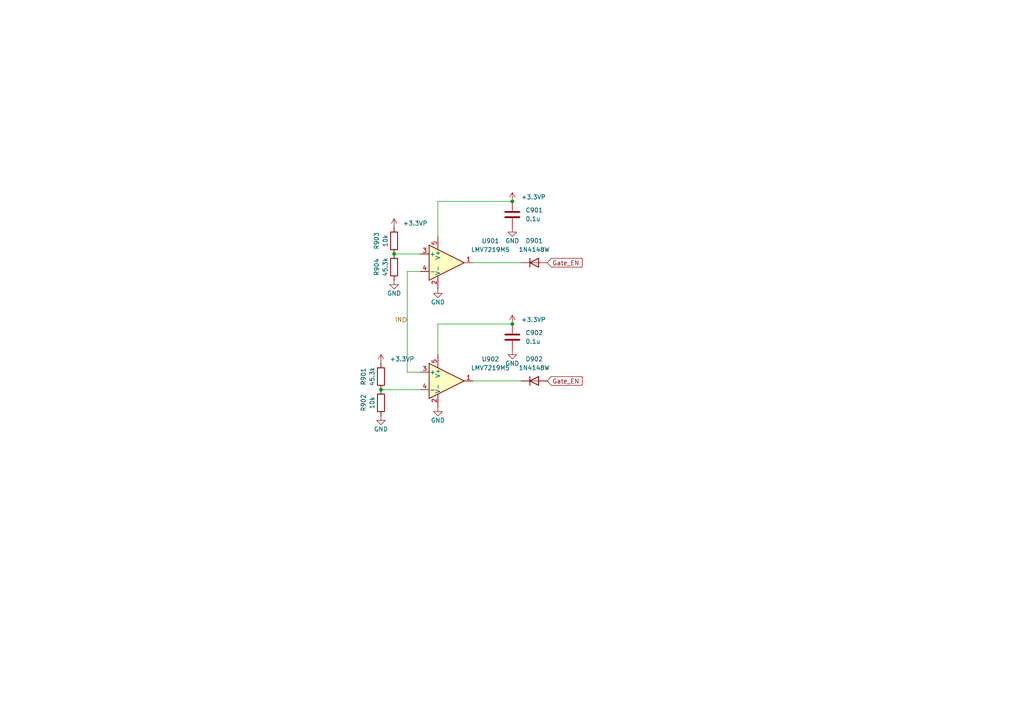
<source format=kicad_sch>
(kicad_sch (version 20231120) (generator "eeschema") (generator_version "8.0")
  (paper "A4")
  (lib_symbols
    (symbol "Comparator:LMV7219M5" (pin_names (offset 0.127))
      (property "Reference" "U" (at -1.27 6.35 0))
      (property "Value" "LMV7219M5" (at -1.27 3.81 0))
      (symbol "LMV7219M5_0_1"
        (polyline (pts (xy -5.08 5.08) (xy 5.08 0) (xy -5.08 -5.08) (xy -5.08 5.08)) (stroke (width 0.254)) (fill (type background)))
        (pin power_in line (at -2.54 -7.62 90) (length 3.81) (name "V-") (number "2"))
        (pin power_in line (at -2.54 7.62 270) (length 3.81) (name "V+") (number "5"))
      )
      (symbol "LMV7219M5_1_1"
        (pin output line (at 7.62 0 180) (length 2.54) (name "~") (number "1"))
        (pin input line (at -7.62 2.54 0) (length 2.54) (name "+") (number "3"))
        (pin input line (at -7.62 -2.54 0) (length 2.54) (name "-") (number "4"))
      )
    )
    (symbol "Device:C" (pin_numbers hide) (pin_names (offset 0.254))
      (property "Reference" "C" (at 0.635 2.54 0))
      (property "Value" "C" (at 0.635 -2.54 0))
      (symbol "C_0_1"
        (polyline (pts (xy -2.032 -0.762) (xy 2.032 -0.762)) (stroke (width 0.508)))
        (polyline (pts (xy -2.032 0.762) (xy 2.032 0.762)) (stroke (width 0.508)))
      )
      (symbol "C_1_1"
        (pin passive line (at 0 3.81 270) (length 2.794) (name "~") (number "1"))
        (pin passive line (at 0 -3.81 90) (length 2.794) (name "~") (number "2"))
      )
    )
    (symbol "Device:R" (pin_numbers hide) (pin_names (offset 0))
      (property "Reference" "R" (at 2.032 0 90))
      (property "Value" "R" (at 0 0 90))
      (symbol "R_0_1"
        (rectangle (start -1.016 -2.54) (end 1.016 2.54) (stroke (width 0.254)))
      )
      (symbol "R_1_1"
        (pin passive line (at 0 3.81 270) (length 1.27) (name "~") (number "1"))
        (pin passive line (at 0 -3.81 90) (length 1.27) (name "~") (number "2"))
      )
    )
    (symbol "Diode:1N4148W" (pin_numbers hide) (pin_names hide)
      (property "Reference" "D" (at 0 2.54 0))
      (property "Value" "1N4148W" (at 0 -2.54 0))
      (symbol "1N4148W_0_1"
        (polyline (pts (xy -1.27 1.27) (xy -1.27 -1.27)) (stroke (width 0.254)))
        (polyline (pts (xy 1.27 0) (xy -1.27 0)))
        (polyline (pts (xy 1.27 1.27) (xy 1.27 -1.27) (xy -1.27 0) (xy 1.27 1.27)) (stroke (width 0.254)))
      )
      (symbol "1N4148W_1_1"
        (pin passive line (at -3.81 0 0) (length 2.54) (name "K") (number "1"))
        (pin passive line (at 3.81 0 180) (length 2.54) (name "A") (number "2"))
      )
    )
    (symbol "power:+3V3" (power) (pin_numbers hide) (pin_names (offset 0) hide)
      (property "Value" "+3V3" (at 0 3.556 0))
      (symbol "+3V3_0_1"
        (polyline (pts (xy -0.762 1.27) (xy 0 2.54)))
        (polyline (pts (xy 0 0) (xy 0 2.54)))
        (polyline (pts (xy 0 2.54) (xy 0.762 1.27)))
      )
      (symbol "+3V3_1_1"
        (pin power_in line (at 0 0 90) (length 0) (name "~") (number "1"))
      )
    )
    (symbol "power:GND" (power) (pin_names (offset 0))
      (property "Value" "GND" (at 0 -3.81 0))
      (symbol "GND_0_1"
        (polyline (pts (xy 0 0) (xy 0 -1.27) (xy 1.27 -1.27) (xy 0 -2.54) (xy -1.27 -1.27) (xy 0 -1.27)))
      )
      (symbol "GND_1_1"
        (pin power_in line (at 0 0 270) (length 0) hide (name "GND") (number "1"))
      )
    )
  )
  (junction (at 110.49 113.03))
  (junction (at 148.59 93.98))
  (junction (at 148.59 58.42))
  (junction (at 114.3 73.66))
  (wire (pts (xy 127 93.98) (xy 148.59 93.98)))
  (wire (pts (xy 148.59 58.42) (xy 127 58.42)))
  (wire (pts (xy 127 68.58) (xy 127 58.42)))
  (wire (pts (xy 118.11 78.74) (xy 118.11 107.95)))
  (wire (pts (xy 110.49 113.03) (xy 121.92 113.03)))
  (wire (pts (xy 118.11 78.74) (xy 121.92 78.74)))
  (wire (pts (xy 127 102.87) (xy 127 93.98)))
  (wire (pts (xy 137.16 110.49) (xy 151.13 110.49)))
  (wire (pts (xy 151.13 76.2) (xy 137.16 76.2)))
  (wire (pts (xy 121.92 107.95) (xy 118.11 107.95)))
  (wire (pts (xy 114.3 73.66) (xy 121.92 73.66)))
  (global_label "Gate_EN" (shape input) (at 158.75 110.49 0) (property "Intersheetrefs" "${INTERSHEET_REFS}" (effects (hide yes))))
  (global_label "Gate_EN" (shape input) (at 158.75 76.2 0) (property "Intersheetrefs" "${INTERSHEET_REFS}" (effects (hide yes))))
  (hierarchical_label "IN" (shape input) (at 118.11 92.71 180))
  (symbol (lib_id "Diode:1N4148W") (at 154.94 76.2 0) (unit 1)
    (property "Reference" "D901" (at 154.94 69.85 0))
    (property "Value" "1N4148W" (at 154.94 72.39 0))
    (property "Footprint" "Diode_SMD:D_SOD-123" (effects (hide yes)))
    (property "Datasheet" "https://www.vishay.com/docs/85748/1n4148w.pdf" (effects (hide yes)))
    (property "Description" "75V 0.15A Fast Switching Diode, SOD-123" (effects (hide yes)))
    (property "Sim.Device" "D" (effects (hide yes)))
    (property "Sim.Pins" "1=K 2=A" (effects (hide yes)))
    (instances (project "InverterMainBoard_STM32" (path "" (reference "D901") (unit 1)) (path "" (reference "D1001") (unit 1)) (path "" (reference "D1101") (unit 1)) (path "" (reference "D1201") (unit 1))))
  )
  (symbol (lib_id "power:GND") (at 127 83.82 0) (unit 1)
    (property "Reference" "#PWR0909" (effects (hide yes)))
    (property "Value" "GND" (at 127 87.63 0))
    (property "Description" "Power symbol creates a global label with name \"GND\" , ground" (effects (hide yes)))
    (instances (project "InverterMainBoard_STM32" (path "" (reference "#PWR0909") (unit 1)) (path "" (reference "#PWR01009") (unit 1)) (path "" (reference "#PWR01109") (unit 1)) (path "" (reference "#PWR01209") (unit 1))))
  )
  (symbol (lib_id "Device:R") (at 110.49 109.22 180) (unit 1)
    (property "Reference" "R901" (at 105.41 109.22 90))
    (property "Value" "45.3k" (at 107.95 109.22 90))
    (property "Footprint" "Resistor_SMD:R_0603_1608Metric" (effects (hide yes)))
    (property "Description" "Resistor" (effects (hide yes)))
    (instances (project "InverterMainBoard_STM32" (path "" (reference "R901") (unit 1)) (path "" (reference "R1001") (unit 1)) (path "" (reference "R1101") (unit 1)) (path "" (reference "R1201") (unit 1))))
  )
  (symbol (lib_id "Device:C") (at 148.59 62.23 180) (unit 1)
    (property "Reference" "C901" (at 152.4 60.9599 0) (effects (justify right)))
    (property "Value" "0.1u" (at 152.4 63.4999 0) (effects (justify right)))
    (property "Footprint" "Capacitor_SMD:C_0603_1608Metric" (effects (hide yes)))
    (property "Description" "Unpolarized capacitor" (effects (hide yes)))
    (instances (project "InverterMainBoard_STM32" (path "" (reference "C901") (unit 1)) (path "" (reference "C1001") (unit 1)) (path "" (reference "C1101") (unit 1)) (path "" (reference "C1201") (unit 1))))
  )
  (symbol (lib_id "power:+3V3") (at 114.3 66.04 0) (unit 1)
    (property "Reference" "#PWR0907" (effects (hide yes)))
    (property "Value" "+3.3VP" (at 116.84 64.7699 0) (effects (justify left)))
    (property "Description" "Power symbol creates a global label with name \"+3V3\"" (effects (hide yes)))
    (instances (project "InverterMainBoard_STM32" (path "" (reference "#PWR0907") (unit 1)) (path "" (reference "#PWR01007") (unit 1)) (path "" (reference "#PWR01107") (unit 1)) (path "" (reference "#PWR01207") (unit 1))))
  )
  (symbol (lib_id "power:+3V3") (at 148.59 58.42 0) (unit 1)
    (property "Reference" "#PWR0911" (effects (hide yes)))
    (property "Value" "+3.3VP" (at 151.13 57.1499 0) (effects (justify left)))
    (property "Description" "Power symbol creates a global label with name \"+3V3\"" (effects (hide yes)))
    (instances (project "InverterMainBoard_STM32" (path "" (reference "#PWR0911") (unit 1)) (path "" (reference "#PWR01011") (unit 1)) (path "" (reference "#PWR01111") (unit 1)) (path "" (reference "#PWR01211") (unit 1))))
  )
  (symbol (lib_id "power:+3V3") (at 110.49 105.41 0) (unit 1)
    (property "Reference" "#PWR0905" (effects (hide yes)))
    (property "Value" "+3.3VP" (at 113.03 104.1399 0) (effects (justify left)))
    (property "Description" "Power symbol creates a global label with name \"+3V3\"" (effects (hide yes)))
    (instances (project "InverterMainBoard_STM32" (path "" (reference "#PWR0905") (unit 1)) (path "" (reference "#PWR01005") (unit 1)) (path "" (reference "#PWR01105") (unit 1)) (path "" (reference "#PWR01205") (unit 1))))
  )
  (symbol (lib_id "Device:R") (at 110.49 116.84 180) (unit 1)
    (property "Reference" "R902" (at 105.41 116.84 90))
    (property "Value" "10k" (at 107.95 116.84 90))
    (property "Footprint" "Resistor_SMD:R_0603_1608Metric" (effects (hide yes)))
    (property "Description" "Resistor" (effects (hide yes)))
    (instances (project "InverterMainBoard_STM32" (path "" (reference "R902") (unit 1)) (path "" (reference "R1002") (unit 1)) (path "" (reference "R1102") (unit 1)) (path "" (reference "R1202") (unit 1))))
  )
  (symbol (lib_id "Diode:1N4148W") (at 154.94 110.49 0) (unit 1)
    (property "Reference" "D902" (at 154.94 104.14 0))
    (property "Value" "1N4148W" (at 154.94 106.68 0))
    (property "Footprint" "Diode_SMD:D_SOD-123" (effects (hide yes)))
    (property "Datasheet" "https://www.vishay.com/docs/85748/1n4148w.pdf" (effects (hide yes)))
    (property "Description" "75V 0.15A Fast Switching Diode, SOD-123" (effects (hide yes)))
    (property "Sim.Device" "D" (effects (hide yes)))
    (property "Sim.Pins" "1=K 2=A" (effects (hide yes)))
    (instances (project "InverterMainBoard_STM32" (path "" (reference "D902") (unit 1)) (path "" (reference "D1002") (unit 1)) (path "" (reference "D1102") (unit 1)) (path "" (reference "D1202") (unit 1))))
  )
  (symbol (lib_id "Comparator:LMV7219M5") (at 129.54 110.49 0) (unit 1)
    (property "Reference" "U902" (at 142.24 104.1714 0))
    (property "Value" "LMV7219M5" (at 142.24 106.7114 0))
    (property "Footprint" "Package_TO_SOT_SMD:SOT-23-5" (effects (hide yes)))
    (property "Datasheet" "https://www.ti.com/lit/ds/symlink/lmv7219.pdf" (effects (hide yes)))
    (property "Description" "Single Low-Power High-Speed Push-Pull Output Comparator, SOT-23-5" (effects (hide yes)))
    (instances (project "InverterMainBoard_STM32" (path "" (reference "U902") (unit 1)) (path "" (reference "U1002") (unit 1)) (path "" (reference "U1102") (unit 1)) (path "" (reference "U1202") (unit 1))))
  )
  (symbol (lib_id "power:GND") (at 127 118.11 0) (unit 1)
    (property "Reference" "#PWR0910" (effects (hide yes)))
    (property "Value" "GND" (at 127 121.92 0))
    (property "Description" "Power symbol creates a global label with name \"GND\" , ground" (effects (hide yes)))
    (instances (project "InverterMainBoard_STM32" (path "" (reference "#PWR0910") (unit 1)) (path "" (reference "#PWR01010") (unit 1)) (path "" (reference "#PWR01110") (unit 1)) (path "" (reference "#PWR01210") (unit 1))))
  )
  (symbol (lib_id "Comparator:LMV7219M5") (at 129.54 76.2 0) (unit 1)
    (property "Reference" "U901" (at 142.24 69.8814 0))
    (property "Value" "LMV7219M5" (at 142.24 72.4214 0))
    (property "Footprint" "Package_TO_SOT_SMD:SOT-23-5" (effects (hide yes)))
    (property "Datasheet" "https://www.ti.com/lit/ds/symlink/lmv7219.pdf" (effects (hide yes)))
    (property "Description" "Single Low-Power High-Speed Push-Pull Output Comparator, SOT-23-5" (effects (hide yes)))
    (instances (project "InverterMainBoard_STM32" (path "" (reference "U901") (unit 1)) (path "" (reference "U1001") (unit 1)) (path "" (reference "U1101") (unit 1)) (path "" (reference "U1201") (unit 1))))
  )
  (symbol (lib_id "Device:C") (at 148.59 97.79 180) (unit 1)
    (property "Reference" "C902" (at 152.4 96.5199 0) (effects (justify right)))
    (property "Value" "0.1u" (at 152.4 99.0599 0) (effects (justify right)))
    (property "Footprint" "Capacitor_SMD:C_0603_1608Metric" (effects (hide yes)))
    (property "Description" "Unpolarized capacitor" (effects (hide yes)))
    (instances (project "InverterMainBoard_STM32" (path "" (reference "C902") (unit 1)) (path "" (reference "C1002") (unit 1)) (path "" (reference "C1102") (unit 1)) (path "" (reference "C1202") (unit 1))))
  )
  (symbol (lib_id "power:GND") (at 148.59 66.04 0) (unit 1)
    (property "Reference" "#PWR0912" (effects (hide yes)))
    (property "Value" "GND" (at 148.59 69.85 0))
    (property "Description" "Power symbol creates a global label with name \"GND\" , ground" (effects (hide yes)))
    (instances (project "InverterMainBoard_STM32" (path "" (reference "#PWR0912") (unit 1)) (path "" (reference "#PWR01012") (unit 1)) (path "" (reference "#PWR01112") (unit 1)) (path "" (reference "#PWR01212") (unit 1))))
  )
  (symbol (lib_id "power:GND") (at 110.49 120.65 0) (unit 1)
    (property "Reference" "#PWR0906" (effects (hide yes)))
    (property "Value" "GND" (at 110.49 124.46 0))
    (property "Description" "Power symbol creates a global label with name \"GND\" , ground" (effects (hide yes)))
    (instances (project "InverterMainBoard_STM32" (path "" (reference "#PWR0906") (unit 1)) (path "" (reference "#PWR01006") (unit 1)) (path "" (reference "#PWR01106") (unit 1)) (path "" (reference "#PWR01206") (unit 1))))
  )
  (symbol (lib_id "Device:R") (at 114.3 69.85 180) (unit 1)
    (property "Reference" "R903" (at 109.22 69.85 90))
    (property "Value" "10k" (at 111.76 69.85 90))
    (property "Footprint" "Resistor_SMD:R_0603_1608Metric" (effects (hide yes)))
    (property "Description" "Resistor" (effects (hide yes)))
    (instances (project "InverterMainBoard_STM32" (path "" (reference "R903") (unit 1)) (path "" (reference "R1003") (unit 1)) (path "" (reference "R1103") (unit 1)) (path "" (reference "R1203") (unit 1))))
  )
  (symbol (lib_id "power:GND") (at 114.3 81.28 0) (unit 1)
    (property "Reference" "#PWR0908" (effects (hide yes)))
    (property "Value" "GND" (at 114.3 85.09 0))
    (property "Description" "Power symbol creates a global label with name \"GND\" , ground" (effects (hide yes)))
    (instances (project "InverterMainBoard_STM32" (path "" (reference "#PWR0908") (unit 1)) (path "" (reference "#PWR01008") (unit 1)) (path "" (reference "#PWR01108") (unit 1)) (path "" (reference "#PWR01208") (unit 1))))
  )
  (symbol (lib_id "power:+3V3") (at 148.59 93.98 0) (unit 1)
    (property "Reference" "#PWR0913" (effects (hide yes)))
    (property "Value" "+3.3VP" (at 151.13 92.7099 0) (effects (justify left)))
    (property "Description" "Power symbol creates a global label with name \"+3V3\"" (effects (hide yes)))
    (instances (project "InverterMainBoard_STM32" (path "" (reference "#PWR0913") (unit 1)) (path "" (reference "#PWR01013") (unit 1)) (path "" (reference "#PWR01113") (unit 1)) (path "" (reference "#PWR01213") (unit 1))))
  )
  (symbol (lib_id "power:GND") (at 148.59 101.6 0) (unit 1)
    (property "Reference" "#PWR0914" (effects (hide yes)))
    (property "Value" "GND" (at 148.59 105.41 0))
    (property "Description" "Power symbol creates a global label with name \"GND\" , ground" (effects (hide yes)))
    (instances (project "InverterMainBoard_STM32" (path "" (reference "#PWR0914") (unit 1)) (path "" (reference "#PWR01014") (unit 1)) (path "" (reference "#PWR01114") (unit 1)) (path "" (reference "#PWR01214") (unit 1))))
  )
  (symbol (lib_id "Device:R") (at 114.3 77.47 180) (unit 1)
    (property "Reference" "R904" (at 109.22 77.47 90))
    (property "Value" "45.3k" (at 111.76 77.47 90))
    (property "Footprint" "Resistor_SMD:R_0603_1608Metric" (effects (hide yes)))
    (property "Description" "Resistor" (effects (hide yes)))
    (instances (project "InverterMainBoard_STM32" (path "" (reference "R904") (unit 1)) (path "" (reference "R1004") (unit 1)) (path "" (reference "R1104") (unit 1)) (path "" (reference "R1204") (unit 1))))
  )
)
</source>
